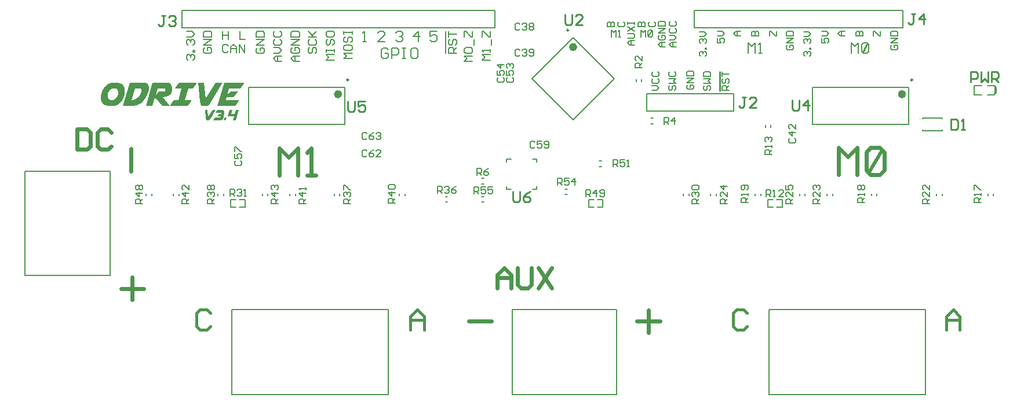
<source format=gto>
G04*
G04 #@! TF.GenerationSoftware,Altium Limited,Altium Designer,20.0.11 (256)*
G04*
G04 Layer_Color=65535*
%FSLAX25Y25*%
%MOIN*%
G70*
G01*
G75*
%ADD10C,0.00394*%
%ADD11C,0.02362*%
%ADD12C,0.00984*%
%ADD13C,0.00787*%
%ADD14C,0.00600*%
%ADD15C,0.00500*%
%ADD16C,0.01968*%
%ADD17C,0.00800*%
%ADD18C,0.01000*%
%ADD19C,0.01575*%
%ADD20C,0.00598*%
G36*
X82522Y143278D02*
X82442Y143138D01*
X82341Y143017D01*
X82281Y142897D01*
X82241Y142877D01*
Y142857D01*
X82101Y142676D01*
X81980Y142516D01*
X81880Y142396D01*
X81860Y142376D01*
X81840Y142356D01*
X81680Y142175D01*
X81539Y142035D01*
X81439Y141955D01*
X81419Y141914D01*
X81399D01*
X81259Y141814D01*
X81158Y141754D01*
X81078Y141734D01*
X77750D01*
X77670Y141754D01*
X77589Y141774D01*
X77469Y141874D01*
X77389Y141955D01*
X77369Y141975D01*
Y141995D01*
X77269Y142215D01*
X77168Y142436D01*
X77148Y142536D01*
X77108Y142616D01*
X77088Y142656D01*
Y142676D01*
X77008Y142977D01*
X76948Y143258D01*
X76928Y143358D01*
X76908Y143438D01*
X76888Y143498D01*
Y143518D01*
X76848Y143819D01*
X76807Y143939D01*
X76787Y144060D01*
X76767Y144140D01*
Y144200D01*
X76747Y144240D01*
Y144260D01*
X75524Y154987D01*
X78993D01*
X79955Y146065D01*
X85509Y154987D01*
X89640D01*
X82522Y143278D01*
D02*
G37*
G36*
X74622Y154847D02*
X74542Y154706D01*
X74381Y154406D01*
X74321Y154285D01*
X74261Y154185D01*
X74221Y154105D01*
X74201Y154085D01*
X73960Y153664D01*
X73840Y153483D01*
X73740Y153323D01*
X73640Y153163D01*
X73559Y153062D01*
X73519Y152982D01*
X73499Y152962D01*
X73239Y152581D01*
X73118Y152421D01*
X72998Y152280D01*
X72918Y152180D01*
X72838Y152100D01*
X72798Y152040D01*
X72777Y152020D01*
X72657Y151879D01*
X72557Y151779D01*
X72477Y151719D01*
X72396Y151679D01*
X72316Y151619D01*
X69910D01*
X68006Y145102D01*
X71795D01*
X71735Y144962D01*
X71655Y144822D01*
X71514Y144521D01*
X71434Y144381D01*
X71394Y144280D01*
X71354Y144200D01*
X71334Y144180D01*
X71093Y143759D01*
X70973Y143579D01*
X70873Y143418D01*
X70772Y143258D01*
X70692Y143157D01*
X70652Y143077D01*
X70632Y143057D01*
X70351Y142676D01*
X70231Y142516D01*
X70111Y142376D01*
X70031Y142275D01*
X69950Y142195D01*
X69910Y142135D01*
X69890Y142115D01*
X69770Y141995D01*
X69670Y141894D01*
X69590Y141834D01*
X69529Y141774D01*
X69429Y141734D01*
X59424D01*
D01*
X55133D01*
X51023Y146486D01*
X50803Y146285D01*
X49459Y141734D01*
X45610Y141734D01*
X49499Y154987D01*
X58422D01*
X58662Y154967D01*
X58883Y154927D01*
X59063Y154867D01*
X59224Y154807D01*
X59364Y154726D01*
X59444Y154666D01*
X59504Y154626D01*
X59524Y154606D01*
X59685Y154466D01*
X59825Y154305D01*
X59925Y154145D01*
X60026Y154005D01*
X60106Y153864D01*
X60166Y153764D01*
X60186Y153684D01*
X60206Y153664D01*
X60366Y153243D01*
X60427Y153022D01*
X60467Y152842D01*
X60507Y152661D01*
X60527Y152541D01*
X60547Y152461D01*
Y152421D01*
X60567Y152180D01*
X60587Y151939D01*
X60607Y151719D01*
X60627Y151538D01*
Y151378D01*
Y151258D01*
Y151178D01*
Y151157D01*
X60607Y150696D01*
X60547Y150295D01*
X60467Y149934D01*
X60387Y149634D01*
X60286Y149393D01*
X60206Y149213D01*
X60146Y149092D01*
X60126Y149052D01*
X59925Y148751D01*
X59725Y148511D01*
X59504Y148270D01*
X59304Y148090D01*
X59123Y147950D01*
X58983Y147829D01*
X58903Y147769D01*
X58863Y147749D01*
X58582Y147589D01*
X58281Y147428D01*
X58001Y147308D01*
X57740Y147228D01*
X57519Y147148D01*
X57359Y147087D01*
X57239Y147067D01*
X57219Y147047D01*
X57199D01*
X56858Y146967D01*
X56557Y146907D01*
X56256Y146867D01*
X56016Y146827D01*
X55795Y146807D01*
X55635Y146787D01*
X55534Y146767D01*
X55494D01*
X59391Y141776D01*
X59404Y141814D01*
X59444Y141874D01*
X59544Y142055D01*
X59605Y142155D01*
X59645Y142235D01*
X59665Y142275D01*
X59685Y142295D01*
X59905Y142656D01*
X60006Y142817D01*
X60106Y142977D01*
X60206Y143097D01*
X60266Y143198D01*
X60306Y143278D01*
X60326Y143298D01*
X60607Y143699D01*
X60727Y143879D01*
X60848Y144040D01*
X60948Y144180D01*
X61028Y144280D01*
X61068Y144341D01*
X61088Y144360D01*
X61229Y144541D01*
X61369Y144701D01*
X61489Y144822D01*
X61589Y144922D01*
X61670Y145002D01*
X61730Y145062D01*
X61750Y145102D01*
X64176D01*
X66061Y151619D01*
X62291D01*
Y151639D01*
X62311Y151699D01*
X62351Y151759D01*
X62432Y151939D01*
X62492Y152040D01*
X62532Y152120D01*
X62552Y152160D01*
X62572Y152180D01*
X62792Y152541D01*
X62893Y152701D01*
X62993Y152862D01*
X63073Y152982D01*
X63153Y153082D01*
X63194Y153163D01*
X63214Y153182D01*
X63494Y153584D01*
X63615Y153764D01*
X63735Y153924D01*
X63835Y154065D01*
X63915Y154165D01*
X63955Y154225D01*
X63976Y154245D01*
X64116Y154426D01*
X64256Y154586D01*
X64356Y154706D01*
X64457Y154807D01*
X64537Y154887D01*
X64597Y154947D01*
X64617Y154987D01*
X74682D01*
X74622Y154847D01*
D02*
G37*
G36*
X101930D02*
X101850Y154706D01*
X101690Y154406D01*
X101629Y154285D01*
X101569Y154185D01*
X101529Y154105D01*
X101509Y154085D01*
X101268Y153664D01*
X101148Y153483D01*
X101048Y153323D01*
X100948Y153163D01*
X100867Y153062D01*
X100827Y152982D01*
X100807Y152962D01*
X100547Y152581D01*
X100426Y152421D01*
X100306Y152280D01*
X100226Y152180D01*
X100146Y152100D01*
X100106Y152040D01*
X100085Y152020D01*
X99965Y151879D01*
X99865Y151779D01*
X99785Y151719D01*
X99705Y151679D01*
X99624Y151619D01*
X93409D01*
X92286Y147689D01*
X94171Y149995D01*
X98822D01*
X95935Y146606D01*
X91945D01*
X91504Y145102D01*
X99183D01*
X99163Y145042D01*
X99123Y144982D01*
X99103Y144902D01*
X99083Y144882D01*
X99023Y144762D01*
X98983Y144661D01*
X98943Y144581D01*
X98923Y144541D01*
X98862Y144421D01*
X98822Y144320D01*
X98782Y144240D01*
X98762Y144220D01*
X98722Y144140D01*
X98682Y144080D01*
X98662Y144060D01*
X98502Y143819D01*
X98341Y143599D01*
X98281Y143498D01*
X98221Y143418D01*
X98181Y143378D01*
X98161Y143358D01*
X97940Y143077D01*
X97740Y142817D01*
X97680Y142717D01*
X97619Y142636D01*
X97579Y142596D01*
X97559Y142576D01*
X97359Y142335D01*
X97178Y142135D01*
X97078Y142015D01*
X97058Y141995D01*
X97038Y141975D01*
X96958Y141894D01*
X96898Y141834D01*
X96817Y141774D01*
X96797Y141734D01*
X86692D01*
X90582Y154987D01*
X101990D01*
X101930Y154847D01*
D02*
G37*
G36*
X45229Y154967D02*
X45429Y154947D01*
X45690Y154887D01*
X45991Y154787D01*
X46271Y154646D01*
X46552Y154446D01*
X46773Y154165D01*
X46793Y154125D01*
X46853Y154025D01*
X46953Y153844D01*
X47053Y153604D01*
X47133Y153283D01*
X47234Y152922D01*
X47294Y152521D01*
X47314Y152060D01*
Y152040D01*
Y152020D01*
Y151960D01*
Y151899D01*
X47294Y151699D01*
X47274Y151438D01*
X47234Y151117D01*
X47194Y150757D01*
X47113Y150375D01*
X47013Y149954D01*
Y149934D01*
X46993Y149894D01*
X46973Y149834D01*
X46953Y149754D01*
X46893Y149533D01*
X46793Y149253D01*
X46652Y148912D01*
X46492Y148551D01*
X46311Y148170D01*
X46091Y147769D01*
Y147749D01*
X46051Y147689D01*
X46011Y147609D01*
X45950Y147488D01*
X45870Y147348D01*
X45770Y147188D01*
X45570Y146807D01*
X45309Y146365D01*
X45008Y145904D01*
X44707Y145423D01*
X44387Y144982D01*
Y144962D01*
X44346Y144942D01*
X44306Y144882D01*
X44246Y144802D01*
X44066Y144581D01*
X43825Y144320D01*
X43545Y144040D01*
X43224Y143719D01*
X42883Y143418D01*
X42502Y143117D01*
X42482D01*
X42462Y143077D01*
X42402Y143057D01*
X42322Y142997D01*
X42121Y142877D01*
X41840Y142716D01*
X41499Y142536D01*
X41118Y142356D01*
X40697Y142195D01*
X40236Y142055D01*
X40216D01*
X40176Y142035D01*
X40116D01*
X40016Y142015D01*
X39895Y141975D01*
X39755Y141955D01*
X39595Y141935D01*
X39414Y141894D01*
X39013Y141834D01*
X38532Y141794D01*
X38011Y141754D01*
X37449Y141734D01*
X32437D01*
X36327Y154987D01*
X45149D01*
X45229Y154967D01*
D02*
G37*
G36*
X29048D02*
X29449Y154947D01*
X29830Y154887D01*
X30191Y154827D01*
X30512Y154746D01*
X30813Y154666D01*
X31073Y154566D01*
X31314Y154466D01*
X31535Y154366D01*
X31715Y154265D01*
X31875Y154185D01*
X31996Y154105D01*
X32116Y154045D01*
X32176Y153984D01*
X32216Y153964D01*
X32236Y153944D01*
X32457Y153744D01*
X32657Y153503D01*
X32818Y153243D01*
X32958Y152982D01*
X33099Y152701D01*
X33199Y152421D01*
X33339Y151839D01*
X33399Y151578D01*
X33439Y151338D01*
X33459Y151097D01*
X33479Y150917D01*
X33500Y150736D01*
Y150616D01*
Y150536D01*
Y150516D01*
Y150235D01*
Y149975D01*
X33479Y149874D01*
Y149794D01*
Y149754D01*
Y149734D01*
X33459Y149433D01*
X33439Y149172D01*
X33419Y149072D01*
Y148992D01*
X33399Y148932D01*
Y148912D01*
X33299Y148371D01*
X33199Y147849D01*
X33058Y147388D01*
X32918Y146967D01*
X32858Y146787D01*
X32798Y146626D01*
X32738Y146466D01*
X32697Y146345D01*
X32657Y146265D01*
X32617Y146185D01*
X32597Y146145D01*
Y146125D01*
X32357Y145644D01*
X32116Y145223D01*
X31855Y144822D01*
X31635Y144501D01*
X31434Y144220D01*
X31254Y144020D01*
X31194Y143939D01*
X31154Y143879D01*
X31134Y143859D01*
X31113Y143839D01*
X30773Y143498D01*
X30432Y143198D01*
X30091Y142937D01*
X29790Y142716D01*
X29530Y142536D01*
X29309Y142396D01*
X29229Y142356D01*
X29169Y142315D01*
X29149Y142295D01*
X29129D01*
X28708Y142115D01*
X28306Y141975D01*
X27905Y141874D01*
X27565Y141814D01*
X27264Y141774D01*
X27144Y141754D01*
X27023Y141734D01*
X24818D01*
X24417Y141754D01*
X24036Y141774D01*
X23695Y141814D01*
X23374Y141854D01*
X23134Y141894D01*
X22933Y141914D01*
X22813Y141955D01*
X22773D01*
X22432Y142055D01*
X22131Y142175D01*
X21850Y142295D01*
X21610Y142416D01*
X21409Y142536D01*
X21269Y142636D01*
X21189Y142696D01*
X21149Y142716D01*
X20908Y142937D01*
X20687Y143178D01*
X20507Y143418D01*
X20347Y143659D01*
X20226Y143859D01*
X20146Y144020D01*
X20086Y144140D01*
X20066Y144180D01*
X19946Y144541D01*
X19845Y144942D01*
X19785Y145323D01*
X19725Y145684D01*
X19705Y146005D01*
Y146145D01*
X19685Y146265D01*
Y146365D01*
Y146446D01*
Y146486D01*
Y146506D01*
Y146726D01*
X19705Y146927D01*
Y147007D01*
Y147067D01*
Y147107D01*
Y147127D01*
X19725Y147388D01*
X19745Y147589D01*
X19765Y147689D01*
X19785Y147749D01*
Y147789D01*
Y147809D01*
X19865Y148330D01*
X19966Y148832D01*
X20066Y149293D01*
X20206Y149694D01*
X20307Y150035D01*
X20367Y150175D01*
X20407Y150295D01*
X20447Y150396D01*
X20487Y150456D01*
X20507Y150496D01*
Y150516D01*
X20748Y150997D01*
X20988Y151418D01*
X21229Y151819D01*
X21449Y152140D01*
X21650Y152421D01*
X21810Y152621D01*
X21870Y152701D01*
X21911Y152761D01*
X21951Y152781D01*
Y152802D01*
X22272Y153163D01*
X22612Y153463D01*
X22933Y153744D01*
X23234Y153964D01*
X23474Y154145D01*
X23675Y154285D01*
X23755Y154325D01*
X23815Y154366D01*
X23835Y154385D01*
X23855D01*
X24236Y154586D01*
X24617Y154726D01*
X24978Y154847D01*
X25299Y154907D01*
X25560Y154947D01*
X25760Y154987D01*
X28607D01*
X29048Y154967D01*
D02*
G37*
G36*
X97296Y133465D02*
X95618D01*
X96553Y136672D01*
X95653Y135536D01*
X92681D01*
X93765Y139242D01*
X95417D01*
X94761Y137004D01*
X96658D01*
X97313Y139242D01*
X98983D01*
X97296Y133465D01*
D02*
G37*
G36*
X82578Y134138D02*
X82543Y134076D01*
X82499Y134024D01*
X82473Y133972D01*
X82455Y133963D01*
Y133954D01*
X82394Y133875D01*
X82342Y133805D01*
X82298Y133753D01*
X82289Y133744D01*
X82281Y133736D01*
X82211Y133657D01*
X82150Y133596D01*
X82106Y133561D01*
X82097Y133543D01*
X82088D01*
X82027Y133500D01*
X81984Y133473D01*
X81949Y133465D01*
X80498D01*
X80463Y133473D01*
X80428Y133482D01*
X80375Y133526D01*
X80340Y133561D01*
X80332Y133570D01*
Y133578D01*
X80288Y133674D01*
X80244Y133771D01*
X80235Y133814D01*
X80218Y133849D01*
X80209Y133867D01*
Y133875D01*
X80174Y134006D01*
X80148Y134129D01*
X80139Y134172D01*
X80131Y134207D01*
X80122Y134234D01*
Y134242D01*
X80104Y134373D01*
X80087Y134426D01*
X80078Y134478D01*
X80069Y134513D01*
Y134540D01*
X80061Y134557D01*
Y134566D01*
X79528Y139242D01*
X81040D01*
X81459Y135352D01*
X83880Y139242D01*
X85681D01*
X82578Y134138D01*
D02*
G37*
G36*
X91458Y134994D02*
X91528Y134977D01*
X91589Y134959D01*
X91641Y134933D01*
X91676Y134898D01*
X91702Y134880D01*
X91720Y134863D01*
X91729Y134854D01*
X91772Y134793D01*
X91799Y134732D01*
X91834Y134618D01*
X91842Y134566D01*
X91851Y134522D01*
Y134496D01*
Y134487D01*
Y134417D01*
X91834Y134347D01*
X91799Y134207D01*
X91781Y134155D01*
X91764Y134111D01*
X91755Y134076D01*
X91746Y134068D01*
X91702Y133989D01*
X91659Y133910D01*
X91615Y133840D01*
X91562Y133788D01*
X91528Y133736D01*
X91493Y133701D01*
X91466Y133683D01*
X91458Y133674D01*
X91370Y133613D01*
X91292Y133561D01*
X91257Y133543D01*
X91230Y133526D01*
X91213Y133517D01*
X91204D01*
X91099Y133491D01*
X91012Y133473D01*
X90977Y133465D01*
X90925D01*
X90846Y133473D01*
X90776Y133491D01*
X90715Y133508D01*
X90662Y133535D01*
X90619Y133561D01*
X90592Y133587D01*
X90575Y133596D01*
X90566Y133604D01*
X90522Y133657D01*
X90496Y133718D01*
X90461Y133840D01*
X90453Y133893D01*
X90444Y133937D01*
Y133963D01*
Y133972D01*
X90453Y134076D01*
X90461Y134155D01*
X90470Y134207D01*
X90479Y134225D01*
X90522Y134339D01*
X90584Y134443D01*
X90636Y134531D01*
X90697Y134618D01*
X90750Y134679D01*
X90793Y134723D01*
X90828Y134758D01*
X90837Y134767D01*
X90933Y134845D01*
X91029Y134907D01*
X91117Y134942D01*
X91195Y134977D01*
X91265Y134994D01*
X91327Y135003D01*
X91370D01*
X91458Y134994D01*
D02*
G37*
G36*
X90024Y139233D02*
X90094Y139216D01*
X90164Y139189D01*
X90225Y139163D01*
X90269Y139128D01*
X90304Y139102D01*
X90321Y139084D01*
X90330Y139076D01*
X90444Y138945D01*
X90531Y138805D01*
X90557Y138752D01*
X90584Y138709D01*
X90592Y138674D01*
X90601Y138665D01*
X90671Y138481D01*
X90697Y138394D01*
X90724Y138315D01*
X90741Y138245D01*
X90750Y138184D01*
X90759Y138149D01*
Y138140D01*
X90776Y138036D01*
X90793Y137948D01*
X90802Y137861D01*
Y137791D01*
X90811Y137730D01*
Y137677D01*
Y137651D01*
Y137642D01*
Y137616D01*
X90802Y137468D01*
X90793Y137398D01*
X90785Y137328D01*
X90767Y137275D01*
X90759Y137232D01*
X90750Y137205D01*
Y137197D01*
X90706Y137048D01*
X90680Y136978D01*
X90654Y136917D01*
X90636Y136864D01*
X90619Y136829D01*
X90610Y136803D01*
X90601Y136794D01*
X90522Y136663D01*
X90487Y136602D01*
X90453Y136558D01*
X90426Y136515D01*
X90400Y136489D01*
X90391Y136471D01*
X90383Y136462D01*
X90295Y136375D01*
X90225Y136305D01*
X90164Y136270D01*
X90155Y136253D01*
X90147D01*
X90182Y136183D01*
X90225Y136113D01*
X90251Y136060D01*
X90269Y136052D01*
Y136043D01*
X90295Y135999D01*
X90321Y135947D01*
X90348Y135833D01*
X90356Y135789D01*
X90365Y135746D01*
Y135720D01*
Y135711D01*
X90356Y135588D01*
X90348Y135475D01*
X90339Y135422D01*
X90330Y135387D01*
X90321Y135361D01*
Y135352D01*
X90286Y135213D01*
X90269Y135160D01*
X90260Y135108D01*
X90243Y135064D01*
X90234Y135038D01*
X90225Y135020D01*
Y135012D01*
X90190Y134889D01*
X90138Y134749D01*
X90094Y134627D01*
X90051Y134513D01*
X90007Y134417D01*
X89981Y134339D01*
X89954Y134286D01*
X89937Y134242D01*
X89928Y134234D01*
X89876Y134138D01*
X89823Y134050D01*
X89771Y133972D01*
X89718Y133910D01*
X89675Y133858D01*
X89640Y133823D01*
X89613Y133797D01*
X89605Y133788D01*
X89526Y133727D01*
X89439Y133683D01*
X89351Y133639D01*
X89264Y133604D01*
X89194Y133578D01*
X89133Y133561D01*
X89098Y133543D01*
X89080D01*
X88958Y133517D01*
X88818Y133500D01*
X88678Y133482D01*
X88547Y133473D01*
X88434D01*
X88337Y133465D01*
X84396D01*
X84483Y133613D01*
X84562Y133762D01*
X84632Y133893D01*
X84702Y134015D01*
X84754Y134111D01*
X84798Y134190D01*
X84824Y134234D01*
X84833Y134251D01*
X84911Y134391D01*
X84990Y134522D01*
X85069Y134636D01*
X85139Y134741D01*
X85200Y134819D01*
X85243Y134889D01*
X85278Y134924D01*
X85287Y134942D01*
X88137D01*
X88145Y134950D01*
X88163Y134959D01*
X88171Y134968D01*
X88180D01*
X88241Y135020D01*
X88268Y135029D01*
X88276Y135038D01*
X88320Y135064D01*
X88355Y135090D01*
X88372Y135099D01*
X88381Y135108D01*
X88416Y135143D01*
X88442Y135160D01*
X88451Y135178D01*
X88460Y135186D01*
X88469Y135195D01*
Y135204D01*
X88495Y135230D01*
X88503Y135239D01*
X88512Y135291D01*
X88521Y135326D01*
X88530Y135361D01*
X88538Y135396D01*
Y135405D01*
X88547Y135457D01*
Y135510D01*
Y135545D01*
Y135553D01*
X86187D01*
X87525Y137030D01*
X88923D01*
X88932Y137039D01*
X88941Y137057D01*
X88949Y137065D01*
X88958Y137074D01*
X88984Y137118D01*
X89002Y137153D01*
X89019Y137179D01*
Y137188D01*
X89045Y137240D01*
X89072Y137284D01*
X89080Y137310D01*
X89089Y137319D01*
X89115Y137363D01*
X89124Y137389D01*
X89133Y137406D01*
Y137415D01*
X89159Y137468D01*
X89142Y137485D01*
X89133Y137494D01*
Y137511D01*
Y137520D01*
X89115Y137564D01*
X89080Y137616D01*
X89054Y137651D01*
X89045Y137669D01*
X89028Y137704D01*
X89011Y137721D01*
X88976Y137756D01*
X88967Y137765D01*
X85698D01*
X85768Y137905D01*
X85838Y138044D01*
X85899Y138167D01*
X85960Y138280D01*
X86013Y138376D01*
X86056Y138455D01*
X86083Y138499D01*
X86091Y138516D01*
X86179Y138656D01*
X86257Y138796D01*
X86345Y138918D01*
X86415Y139023D01*
X86485Y139111D01*
X86537Y139181D01*
X86572Y139224D01*
X86581Y139242D01*
X89937D01*
X90024Y139233D01*
D02*
G37*
%LPC*%
G36*
X56417Y151639D02*
X52346D01*
X51224Y147729D01*
X52968Y149954D01*
X56176D01*
X56276Y149975D01*
X56376Y150015D01*
X56497Y150135D01*
X56577Y150235D01*
X56597Y150275D01*
Y150295D01*
X56677Y150536D01*
X56717Y150716D01*
X56737Y150797D01*
Y150857D01*
Y150877D01*
Y150897D01*
Y151157D01*
Y151298D01*
X56717Y151398D01*
X56697Y151478D01*
X56677Y151498D01*
X56657Y151538D01*
X56617Y151578D01*
X56517Y151619D01*
X56417Y151639D01*
D02*
G37*
G36*
X42462Y151619D02*
X39214D01*
X37329Y145102D01*
X37931D01*
X38031Y145122D01*
X38171Y145142D01*
X38331Y145162D01*
X38512Y145223D01*
X38732Y145283D01*
X38953Y145363D01*
X38973Y145383D01*
X39073Y145403D01*
X39194Y145463D01*
X39354Y145544D01*
X39555Y145644D01*
X39775Y145764D01*
X40236Y146045D01*
X40256Y146065D01*
X40336Y146125D01*
X40477Y146205D01*
X40617Y146325D01*
X40798Y146486D01*
X40998Y146646D01*
X41419Y147027D01*
X41439Y147047D01*
X41519Y147127D01*
X41620Y147228D01*
X41740Y147368D01*
X41880Y147528D01*
X42021Y147709D01*
X42141Y147909D01*
X42261Y148110D01*
X42281Y148150D01*
X42322Y148250D01*
X42402Y148391D01*
X42502Y148551D01*
Y148571D01*
X42522Y148591D01*
X42602Y148731D01*
X42682Y148912D01*
X42763Y149132D01*
Y149153D01*
X42783Y149193D01*
X42803Y149273D01*
X42843Y149373D01*
X42923Y149634D01*
X43023Y149914D01*
Y149934D01*
X43043Y149975D01*
X43063Y150055D01*
X43103Y150155D01*
X43143Y150375D01*
X43164Y150616D01*
Y150636D01*
Y150696D01*
Y150757D01*
X43143Y150857D01*
X43083Y151097D01*
X42983Y151318D01*
Y151338D01*
X42963Y151358D01*
X42863Y151478D01*
X42702Y151578D01*
X42582Y151599D01*
X42462Y151619D01*
D02*
G37*
G36*
X28206D02*
X26281D01*
X26161Y151578D01*
X25941Y151518D01*
X25860Y151478D01*
X25780Y151438D01*
X25740Y151418D01*
X25720Y151398D01*
X25439Y151218D01*
X25199Y151037D01*
X25119Y150957D01*
X25038Y150897D01*
X24998Y150857D01*
X24978Y150837D01*
X24718Y150576D01*
X24497Y150315D01*
X24417Y150215D01*
X24357Y150135D01*
X24317Y150075D01*
X24296Y150055D01*
X24096Y149734D01*
X24016Y149594D01*
X23936Y149453D01*
X23896Y149353D01*
X23855Y149273D01*
X23815Y149213D01*
Y149193D01*
X23755Y148972D01*
X23695Y148792D01*
X23675Y148711D01*
X23655Y148651D01*
X23635Y148631D01*
Y148611D01*
X23595Y148431D01*
X23555Y148290D01*
X23535Y148210D01*
Y148170D01*
X23515Y148130D01*
Y148070D01*
Y148010D01*
Y147990D01*
Y147829D01*
X23535Y147488D01*
X23555Y147328D01*
X23595Y147188D01*
X23615Y147067D01*
X23635Y146967D01*
X23655Y146907D01*
Y146887D01*
X23775Y146546D01*
X23835Y146406D01*
X23896Y146265D01*
X23956Y146165D01*
X23996Y146085D01*
X24036Y146025D01*
Y146005D01*
X24236Y145724D01*
X24417Y145523D01*
X24497Y145443D01*
X24537Y145383D01*
X24577Y145363D01*
X24597Y145343D01*
X24718Y145263D01*
X24838Y145203D01*
X25078Y145142D01*
X25159Y145122D01*
X25239Y145102D01*
X26602D01*
X26783Y145142D01*
X26963Y145203D01*
X27043Y145243D01*
X27103Y145263D01*
X27144Y145303D01*
X27164D01*
X27444Y145483D01*
X27705Y145664D01*
X27805Y145744D01*
X27885Y145804D01*
X27926Y145844D01*
X27946Y145864D01*
X28226Y146145D01*
X28487Y146406D01*
X28567Y146506D01*
X28647Y146586D01*
X28688Y146646D01*
X28708Y146666D01*
X28948Y146987D01*
X29028Y147127D01*
X29109Y147268D01*
X29169Y147368D01*
X29209Y147448D01*
X29249Y147508D01*
Y147528D01*
X29369Y147769D01*
X29429Y147929D01*
X29469Y148050D01*
Y148090D01*
X29550Y148330D01*
X29570Y148411D01*
X29590Y148471D01*
Y148511D01*
X29610Y148531D01*
Y148551D01*
Y148711D01*
Y148832D01*
Y148932D01*
Y148972D01*
X29630Y149132D01*
Y149273D01*
Y149373D01*
Y149413D01*
Y149714D01*
X29610Y149975D01*
X29590Y150075D01*
Y150155D01*
X29570Y150195D01*
Y150215D01*
X29509Y150496D01*
X29429Y150716D01*
X29389Y150797D01*
X29349Y150857D01*
X29329Y150897D01*
Y150917D01*
X29169Y151137D01*
X29008Y151298D01*
X28888Y151378D01*
X28848Y151418D01*
X28828D01*
X28567Y151538D01*
X28306Y151599D01*
X28206Y151619D01*
D02*
G37*
%LPD*%
D10*
X490945Y134252D02*
G03*
X490945Y134252I-197J0D01*
G01*
X251772Y111024D02*
G03*
X251772Y111024I-197J0D01*
G01*
D11*
X292520Y175576D02*
G03*
X292520Y175576I-1181J0D01*
G01*
X481693Y148425D02*
G03*
X481693Y148425I-1181J0D01*
G01*
X157283D02*
G03*
X157283Y148425I-1181J0D01*
G01*
X444095Y101969D02*
Y117711D01*
X449342Y112464D01*
X454590Y117711D01*
Y101969D01*
X459837Y115088D02*
X462461Y117711D01*
X467709D01*
X470333Y115088D01*
Y104592D01*
X467709Y101969D01*
X462461D01*
X459837Y104592D01*
Y115088D01*
X122441Y101575D02*
Y117318D01*
X127689Y112070D01*
X132936Y117318D01*
Y101575D01*
X138184D02*
X143431D01*
X140808D01*
Y117318D01*
X138184Y114694D01*
X334649Y11024D02*
Y24143D01*
X328089Y17583D02*
X341208D01*
X244488Y17720D02*
X231369D01*
X37011Y103937D02*
Y117056D01*
X37799Y29921D02*
Y43040D01*
X31239Y36481D02*
X44358D01*
X247638Y36614D02*
Y44486D01*
X251573Y48421D01*
X255509Y44486D01*
Y36614D01*
Y42518D01*
X247638D01*
X259445Y48421D02*
Y38582D01*
X261413Y36614D01*
X265349D01*
X267317Y38582D01*
Y48421D01*
X271252D02*
X279124Y36614D01*
Y48421D02*
X271252Y36614D01*
X5906Y128343D02*
Y116535D01*
X11809D01*
X13777Y118503D01*
Y126375D01*
X11809Y128343D01*
X5906D01*
X25584Y126375D02*
X23616Y128343D01*
X19681D01*
X17713Y126375D01*
Y118503D01*
X19681Y116535D01*
X23616D01*
X25584Y118503D01*
D12*
X288768Y185319D02*
G03*
X288768Y185319I-492J0D01*
G01*
X486516Y156693D02*
G03*
X486516Y156693I-492J0D01*
G01*
X162106D02*
G03*
X162106Y156693I-492J0D01*
G01*
D13*
X503740Y127362D02*
Y127953D01*
X492323Y127362D02*
Y127953D01*
X503740Y134252D02*
Y134843D01*
X492323Y134252D02*
Y134843D01*
Y127362D02*
X503740D01*
X492323Y134843D02*
X503740D01*
X267894Y111023D02*
X270472D01*
Y109252D02*
Y111023D01*
Y93701D02*
Y95473D01*
X267894Y93701D02*
X270472D01*
X253150Y111023D02*
X255728D01*
X253150Y109252D02*
Y111023D01*
Y93701D02*
X255728D01*
X253150D02*
Y95473D01*
X291339Y133817D02*
X315002Y157480D01*
X267676D02*
X291339Y133817D01*
X291339Y181143D02*
X315002Y157480D01*
X267676D02*
X291339Y181143D01*
X333583Y138701D02*
Y148701D01*
X383583D01*
X333583Y138701D02*
X383583D01*
Y148701D01*
X428937Y131102D02*
Y152362D01*
X484449Y131102D02*
Y152362D01*
X428937Y131102D02*
X484449D01*
X428937Y152362D02*
X484449D01*
X104527Y131102D02*
Y152362D01*
X160039Y131102D02*
Y152362D01*
X104527Y131102D02*
X160039D01*
X104527Y152362D02*
X160039D01*
X73760Y196732D02*
X246260D01*
Y186732D02*
Y196732D01*
X66260Y186732D02*
X246260D01*
X66260D02*
Y196732D01*
X73760D01*
X481142Y186732D02*
Y196732D01*
X361142Y186732D02*
X481142D01*
X361142D02*
Y196732D01*
X368642D01*
X481142D01*
X403898Y-24701D02*
Y24299D01*
Y-24701D02*
X493898D01*
Y24299D01*
X403898D02*
X493898D01*
X94842Y-24701D02*
Y24299D01*
Y-24701D02*
X184843D01*
Y24299D01*
X94842D02*
X184843D01*
X25087Y43976D02*
Y103976D01*
X-23913Y43976D02*
X25087D01*
X-23913D02*
Y103976D01*
X25087D01*
X256260Y24299D02*
X316260D01*
Y-24701D02*
Y24299D01*
X256260Y-24701D02*
X316260D01*
X256260D02*
Y24299D01*
D14*
X334646Y181890D02*
X336614Y185039D01*
X313386Y181496D02*
Y185495D01*
X314719Y184162D01*
X316052Y185495D01*
Y181496D01*
X317385D02*
X318717D01*
X318051D01*
Y185495D01*
X317385Y184828D01*
X330315Y181496D02*
Y185495D01*
X331648Y184162D01*
X332981Y185495D01*
Y181496D01*
X334314Y184828D02*
X334980Y185495D01*
X336313D01*
X336980Y184828D01*
Y182162D01*
X336313Y181496D01*
X334980D01*
X334314Y182162D01*
Y184828D01*
X350787Y175591D02*
X348122D01*
X346789Y176924D01*
X348122Y178256D01*
X350787D01*
X348788D01*
Y175591D01*
X346789Y179589D02*
X349454D01*
X350787Y180922D01*
X349454Y182255D01*
X346789D01*
X347455Y186254D02*
X346789Y185587D01*
Y184254D01*
X347455Y183588D01*
X350121D01*
X350787Y184254D01*
Y185587D01*
X350121Y186254D01*
X347455Y190252D02*
X346789Y189586D01*
Y188253D01*
X347455Y187587D01*
X350121D01*
X350787Y188253D01*
Y189586D01*
X350121Y190252D01*
X344488Y175591D02*
X341822D01*
X340490Y176924D01*
X341822Y178256D01*
X344488D01*
X342489D01*
Y175591D01*
X341156Y182255D02*
X340490Y181589D01*
Y180256D01*
X341156Y179589D01*
X343822D01*
X344488Y180256D01*
Y181589D01*
X343822Y182255D01*
X342489D01*
Y180922D01*
X344488Y183588D02*
X340490D01*
X344488Y186254D01*
X340490D01*
Y187587D02*
X344488D01*
Y189586D01*
X343822Y190252D01*
X341156D01*
X340490Y189586D01*
Y187587D01*
X335250Y190067D02*
X334584Y189401D01*
Y188068D01*
X335250Y187402D01*
X337916D01*
X338583Y188068D01*
Y189401D01*
X337916Y190067D01*
X328678Y187402D02*
X332677D01*
Y189401D01*
X332011Y190067D01*
X331344D01*
X330678Y189401D01*
Y187402D01*
Y189401D01*
X330011Y190067D01*
X329345D01*
X328678Y189401D01*
Y187402D01*
X326772Y176772D02*
X324106D01*
X322773Y178104D01*
X324106Y179437D01*
X326772D01*
X324772D01*
Y176772D01*
X322773Y180770D02*
X326105D01*
X326772Y181437D01*
Y182770D01*
X326105Y183436D01*
X322773D01*
Y184769D02*
X326772Y187435D01*
X322773D02*
X326772Y184769D01*
X322773Y188768D02*
Y190101D01*
Y189434D01*
X326772D01*
Y188768D01*
Y190101D01*
X317534Y190067D02*
X316867Y189401D01*
Y188068D01*
X317534Y187402D01*
X320200D01*
X320866Y188068D01*
Y189401D01*
X320200Y190067D01*
X310962Y187402D02*
X314961D01*
Y189401D01*
X314294Y190067D01*
X313628D01*
X312961Y189401D01*
Y187402D01*
Y189401D01*
X312295Y190067D01*
X311628D01*
X310962Y189401D01*
Y187402D01*
X336553Y150787D02*
X339218D01*
X340551Y152120D01*
X339218Y153453D01*
X336553D01*
X337219Y157452D02*
X336553Y156786D01*
Y155453D01*
X337219Y154786D01*
X339885D01*
X340551Y155453D01*
Y156786D01*
X339885Y157452D01*
X337219Y161451D02*
X336553Y160784D01*
Y159451D01*
X337219Y158785D01*
X339885D01*
X340551Y159451D01*
Y160784D01*
X339885Y161451D01*
X474620Y176681D02*
X473954Y176015D01*
Y174682D01*
X474620Y174016D01*
X477286D01*
X477953Y174682D01*
Y176015D01*
X477286Y176681D01*
X475953D01*
Y175349D01*
X477953Y178015D02*
X473954D01*
X477953Y180680D01*
X473954D01*
Y182013D02*
X477953D01*
Y184012D01*
X477286Y184679D01*
X474620D01*
X473954Y184012D01*
Y182013D01*
X447638Y181890D02*
X444972D01*
X443639Y183223D01*
X444972Y184556D01*
X447638D01*
X445639D01*
Y181890D01*
X453875D02*
X457874D01*
Y183889D01*
X457208Y184556D01*
X456541D01*
X455875Y183889D01*
Y181890D01*
Y183889D01*
X455208Y184556D01*
X454542D01*
X453875Y183889D01*
Y181890D01*
X464112D02*
Y184556D01*
X464778D01*
X467444Y181890D01*
X468110D01*
Y184556D01*
X404269Y181890D02*
Y184556D01*
X404936D01*
X407601Y181890D01*
X408268D01*
Y184556D01*
X394033Y181890D02*
X398031D01*
Y183889D01*
X397365Y184556D01*
X396699D01*
X396032Y183889D01*
Y181890D01*
Y183889D01*
X395366Y184556D01*
X394699D01*
X394033Y183889D01*
Y181890D01*
X387795D02*
X385129D01*
X383797Y183223D01*
X385129Y184556D01*
X387795D01*
X385796D01*
Y181890D01*
X381102Y150787D02*
X377104D01*
Y152787D01*
X377770Y153453D01*
X379103D01*
X379769Y152787D01*
Y150787D01*
Y152120D02*
X381102Y153453D01*
X377770Y157452D02*
X377104Y156786D01*
Y155453D01*
X377770Y154786D01*
X378437D01*
X379103Y155453D01*
Y156786D01*
X379769Y157452D01*
X380436D01*
X381102Y156786D01*
Y155453D01*
X380436Y154786D01*
X377104Y158785D02*
Y161451D01*
Y160118D01*
X381102D01*
X367140Y153453D02*
X366474Y152787D01*
Y151454D01*
X367140Y150787D01*
X367807D01*
X368473Y151454D01*
Y152787D01*
X369140Y153453D01*
X369806D01*
X370472Y152787D01*
Y151454D01*
X369806Y150787D01*
X366474Y154786D02*
X370472D01*
X369140Y156119D01*
X370472Y157452D01*
X366474D01*
Y158785D02*
X370472D01*
Y160784D01*
X369806Y161451D01*
X367140D01*
X366474Y160784D01*
Y158785D01*
X347061Y153453D02*
X346395Y152787D01*
Y151454D01*
X347061Y150787D01*
X347728D01*
X348394Y151454D01*
Y152787D01*
X349061Y153453D01*
X349727D01*
X350394Y152787D01*
Y151454D01*
X349727Y150787D01*
X346395Y154786D02*
X350394D01*
X349061Y156119D01*
X350394Y157452D01*
X346395D01*
X347061Y161451D02*
X346395Y160784D01*
Y159451D01*
X347061Y158785D01*
X349727D01*
X350394Y159451D01*
Y160784D01*
X349727Y161451D01*
X357298Y153847D02*
X356631Y153180D01*
Y151848D01*
X357298Y151181D01*
X359963D01*
X360630Y151848D01*
Y153180D01*
X359963Y153847D01*
X358631D01*
Y152514D01*
X360630Y155180D02*
X356631D01*
X360630Y157846D01*
X356631D01*
Y159178D02*
X360630D01*
Y161178D01*
X359963Y161844D01*
X357298D01*
X356631Y161178D01*
Y159178D01*
X414778Y176681D02*
X414112Y176015D01*
Y174682D01*
X414778Y174016D01*
X417444D01*
X418110Y174682D01*
Y176015D01*
X417444Y176681D01*
X416111D01*
Y175349D01*
X418110Y178015D02*
X414112D01*
X418110Y180680D01*
X414112D01*
Y182013D02*
X418110D01*
Y184012D01*
X417444Y184679D01*
X414778D01*
X414112Y184012D01*
Y182013D01*
X374348Y180619D02*
Y177953D01*
X376347D01*
X375681Y179286D01*
Y179952D01*
X376347Y180619D01*
X377680D01*
X378346Y179952D01*
Y178619D01*
X377680Y177953D01*
X374348Y181951D02*
X377014D01*
X378346Y183284D01*
X377014Y184617D01*
X374348D01*
X434190Y180619D02*
Y177953D01*
X436190D01*
X435523Y179286D01*
Y179952D01*
X436190Y180619D01*
X437523D01*
X438189Y179952D01*
Y178619D01*
X437523Y177953D01*
X434190Y181951D02*
X436856D01*
X438189Y183284D01*
X436856Y184617D01*
X434190D01*
X364778Y170472D02*
X364111Y171139D01*
Y172472D01*
X364778Y173138D01*
X365444D01*
X366111Y172472D01*
Y171805D01*
Y172472D01*
X366777Y173138D01*
X367444D01*
X368110Y172472D01*
Y171139D01*
X367444Y170472D01*
X368110Y174471D02*
X367444D01*
Y175138D01*
X368110D01*
Y174471D01*
X364778Y177803D02*
X364111Y178470D01*
Y179803D01*
X364778Y180469D01*
X365444D01*
X366111Y179803D01*
Y179136D01*
Y179803D01*
X366777Y180469D01*
X367444D01*
X368110Y179803D01*
Y178470D01*
X367444Y177803D01*
X364111Y181802D02*
X366777D01*
X368110Y183135D01*
X366777Y184468D01*
X364111D01*
X424620Y170472D02*
X423954Y171139D01*
Y172472D01*
X424620Y173138D01*
X425287D01*
X425953Y172472D01*
Y171805D01*
Y172472D01*
X426620Y173138D01*
X427286D01*
X427953Y172472D01*
Y171139D01*
X427286Y170472D01*
X427953Y174471D02*
X427286D01*
Y175138D01*
X427953D01*
Y174471D01*
X424620Y177803D02*
X423954Y178470D01*
Y179803D01*
X424620Y180469D01*
X425287D01*
X425953Y179803D01*
Y179136D01*
Y179803D01*
X426620Y180469D01*
X427286D01*
X427953Y179803D01*
Y178470D01*
X427286Y177803D01*
X423954Y181802D02*
X426620D01*
X427953Y183135D01*
X426620Y184468D01*
X423954D01*
X234252Y90945D02*
Y94944D01*
X236251D01*
X236918Y94277D01*
Y92944D01*
X236251Y92278D01*
X234252D01*
X235585D02*
X236918Y90945D01*
X240916Y94944D02*
X238251D01*
Y92944D01*
X239584Y93611D01*
X240250D01*
X240916Y92944D01*
Y91611D01*
X240250Y90945D01*
X238917D01*
X238251Y91611D01*
X244915Y94944D02*
X242249D01*
Y92944D01*
X243582Y93611D01*
X244249D01*
X244915Y92944D01*
Y91611D01*
X244249Y90945D01*
X242916D01*
X242249Y91611D01*
X282283Y96063D02*
Y100062D01*
X284283D01*
X284949Y99395D01*
Y98062D01*
X284283Y97396D01*
X282283D01*
X283616D02*
X284949Y96063D01*
X288948Y100062D02*
X286282D01*
Y98062D01*
X287615Y98729D01*
X288281D01*
X288948Y98062D01*
Y96729D01*
X288281Y96063D01*
X286949D01*
X286282Y96729D01*
X292280Y96063D02*
Y100062D01*
X290281Y98062D01*
X292947D01*
X314173Y106693D02*
Y110692D01*
X316173D01*
X316839Y110025D01*
Y108692D01*
X316173Y108026D01*
X314173D01*
X315506D02*
X316839Y106693D01*
X320838Y110692D02*
X318172D01*
Y108692D01*
X319505Y109359D01*
X320171D01*
X320838Y108692D01*
Y107359D01*
X320171Y106693D01*
X318838D01*
X318172Y107359D01*
X322171Y106693D02*
X323503D01*
X322837D01*
Y110692D01*
X322171Y110025D01*
X363779Y85433D02*
X359781D01*
Y87432D01*
X360447Y88099D01*
X361780D01*
X362447Y87432D01*
Y85433D01*
Y86766D02*
X363779Y88099D01*
X360447Y89432D02*
X359781Y90098D01*
Y91431D01*
X360447Y92098D01*
X361114D01*
X361780Y91431D01*
Y90765D01*
Y91431D01*
X362447Y92098D01*
X363113D01*
X363779Y91431D01*
Y90098D01*
X363113Y89432D01*
X360447Y93431D02*
X359781Y94097D01*
Y95430D01*
X360447Y96096D01*
X363113D01*
X363779Y95430D01*
Y94097D01*
X363113Y93431D01*
X360447D01*
X417669Y85432D02*
X413671D01*
Y87432D01*
X414337Y88098D01*
X415670D01*
X416336Y87432D01*
Y85432D01*
Y86765D02*
X417669Y88098D01*
Y92097D02*
Y89431D01*
X415003Y92097D01*
X414337D01*
X413671Y91430D01*
Y90097D01*
X414337Y89431D01*
X413671Y96096D02*
Y93430D01*
X415670D01*
X415003Y94763D01*
Y95429D01*
X415670Y96096D01*
X417003D01*
X417669Y95429D01*
Y94096D01*
X417003Y93430D01*
X379921Y85433D02*
X375923D01*
Y87432D01*
X376589Y88099D01*
X377922D01*
X378588Y87432D01*
Y85433D01*
Y86766D02*
X379921Y88099D01*
Y92098D02*
Y89432D01*
X377256Y92098D01*
X376589D01*
X375923Y91431D01*
Y90098D01*
X376589Y89432D01*
X379921Y95430D02*
X375923D01*
X377922Y93431D01*
Y96096D01*
X433469Y85432D02*
X429471D01*
Y87432D01*
X430137Y88098D01*
X431470D01*
X432136Y87432D01*
Y85432D01*
Y86765D02*
X433469Y88098D01*
Y92097D02*
Y89431D01*
X430803Y92097D01*
X430137D01*
X429471Y91430D01*
Y90097D01*
X430137Y89431D01*
Y93430D02*
X429471Y94096D01*
Y95429D01*
X430137Y96096D01*
X430803D01*
X431470Y95429D01*
Y94763D01*
Y95429D01*
X432136Y96096D01*
X432803D01*
X433469Y95429D01*
Y94096D01*
X432803Y93430D01*
X496369Y85432D02*
X492371D01*
Y87432D01*
X493037Y88098D01*
X494370D01*
X495036Y87432D01*
Y85432D01*
Y86765D02*
X496369Y88098D01*
Y92097D02*
Y89431D01*
X493704Y92097D01*
X493037D01*
X492371Y91430D01*
Y90097D01*
X493037Y89431D01*
X496369Y96096D02*
Y93430D01*
X493704Y96096D01*
X493037D01*
X492371Y95429D01*
Y94096D01*
X493037Y93430D01*
X392069Y86032D02*
X388071D01*
Y88032D01*
X388737Y88698D01*
X390070D01*
X390736Y88032D01*
Y86032D01*
Y87365D02*
X392069Y88698D01*
Y90031D02*
Y91364D01*
Y90697D01*
X388071D01*
X388737Y90031D01*
X391403Y93363D02*
X392069Y94030D01*
Y95363D01*
X391403Y96029D01*
X388737D01*
X388071Y95363D01*
Y94030D01*
X388737Y93363D01*
X389404D01*
X390070Y94030D01*
Y96029D01*
X458969Y86032D02*
X454971D01*
Y88032D01*
X455637Y88698D01*
X456970D01*
X457636Y88032D01*
Y86032D01*
Y87365D02*
X458969Y88698D01*
Y90031D02*
Y91364D01*
Y90697D01*
X454971D01*
X455637Y90031D01*
Y93363D02*
X454971Y94030D01*
Y95363D01*
X455637Y96029D01*
X456304D01*
X456970Y95363D01*
X457636Y96029D01*
X458303D01*
X458969Y95363D01*
Y94030D01*
X458303Y93363D01*
X457636D01*
X456970Y94030D01*
X456304Y93363D01*
X455637D01*
X456970Y94030D02*
Y95363D01*
X525969Y86032D02*
X521971D01*
Y88032D01*
X522637Y88698D01*
X523970D01*
X524636Y88032D01*
Y86032D01*
Y87365D02*
X525969Y88698D01*
Y90031D02*
Y91364D01*
Y90697D01*
X521971D01*
X522637Y90031D01*
X521971Y93363D02*
Y96029D01*
X522637D01*
X525303Y93363D01*
X525969D01*
X405512Y113779D02*
X401513D01*
Y115779D01*
X402180Y116445D01*
X403512D01*
X404179Y115779D01*
Y113779D01*
Y115112D02*
X405512Y116445D01*
Y117778D02*
Y119111D01*
Y118445D01*
X401513D01*
X402180Y117778D01*
Y121110D02*
X401513Y121777D01*
Y123110D01*
X402180Y123776D01*
X402846D01*
X403512Y123110D01*
Y122443D01*
Y123110D01*
X404179Y123776D01*
X404845D01*
X405512Y123110D01*
Y121777D01*
X404845Y121110D01*
X236024Y101575D02*
Y105573D01*
X238023D01*
X238689Y104907D01*
Y103574D01*
X238023Y102908D01*
X236024D01*
X237356D02*
X238689Y101575D01*
X242688Y105573D02*
X241355Y104907D01*
X240022Y103574D01*
Y102241D01*
X240689Y101575D01*
X242022D01*
X242688Y102241D01*
Y102908D01*
X242022Y103574D01*
X240022D01*
X172745Y125773D02*
X172078Y126440D01*
X170745D01*
X170079Y125773D01*
Y123107D01*
X170745Y122441D01*
X172078D01*
X172745Y123107D01*
X176743Y126440D02*
X175410Y125773D01*
X174077Y124440D01*
Y123107D01*
X174744Y122441D01*
X176077D01*
X176743Y123107D01*
Y123774D01*
X176077Y124440D01*
X174077D01*
X178076Y125773D02*
X178743Y126440D01*
X180076D01*
X180742Y125773D01*
Y125107D01*
X180076Y124440D01*
X179409D01*
X180076D01*
X180742Y123774D01*
Y123107D01*
X180076Y122441D01*
X178743D01*
X178076Y123107D01*
X172745Y115537D02*
X172078Y116203D01*
X170745D01*
X170079Y115537D01*
Y112871D01*
X170745Y112205D01*
X172078D01*
X172745Y112871D01*
X176743Y116203D02*
X175410Y115537D01*
X174077Y114204D01*
Y112871D01*
X174744Y112205D01*
X176077D01*
X176743Y112871D01*
Y113538D01*
X176077Y114204D01*
X174077D01*
X180742Y112205D02*
X178076D01*
X180742Y114871D01*
Y115537D01*
X180076Y116203D01*
X178743D01*
X178076Y115537D01*
X269201Y120655D02*
X268535Y121321D01*
X267202D01*
X266535Y120655D01*
Y117989D01*
X267202Y117323D01*
X268535D01*
X269201Y117989D01*
X273200Y121321D02*
X270534D01*
Y119322D01*
X271867Y119989D01*
X272533D01*
X273200Y119322D01*
Y117989D01*
X272533Y117323D01*
X271201D01*
X270534Y117989D01*
X274533D02*
X275199Y117323D01*
X276532D01*
X277199Y117989D01*
Y120655D01*
X276532Y121321D01*
X275199D01*
X274533Y120655D01*
Y119989D01*
X275199Y119322D01*
X277199D01*
X415910Y122930D02*
X415244Y122263D01*
Y120930D01*
X415910Y120264D01*
X418576D01*
X419243Y120930D01*
Y122263D01*
X418576Y122930D01*
X419243Y126262D02*
X415244D01*
X417243Y124262D01*
Y126928D01*
X419243Y130927D02*
Y128261D01*
X416577Y130927D01*
X415910D01*
X415244Y130261D01*
Y128928D01*
X415910Y128261D01*
X97455Y110146D02*
X96789Y109480D01*
Y108147D01*
X97455Y107480D01*
X100121D01*
X100787Y108147D01*
Y109480D01*
X100121Y110146D01*
X96789Y114145D02*
Y111479D01*
X98788D01*
X98122Y112812D01*
Y113478D01*
X98788Y114145D01*
X100121D01*
X100787Y113478D01*
Y112145D01*
X100121Y111479D01*
X96789Y115478D02*
Y118143D01*
X97455D01*
X100121Y115478D01*
X100787D01*
X213386Y91339D02*
Y95337D01*
X215385D01*
X216052Y94671D01*
Y93338D01*
X215385Y92672D01*
X213386D01*
X214719D02*
X216052Y91339D01*
X217385Y94671D02*
X218051Y95337D01*
X219384D01*
X220050Y94671D01*
Y94004D01*
X219384Y93338D01*
X218717D01*
X219384D01*
X220050Y92672D01*
Y92005D01*
X219384Y91339D01*
X218051D01*
X217385Y92005D01*
X224049Y95337D02*
X222716Y94671D01*
X221383Y93338D01*
Y92005D01*
X222050Y91339D01*
X223383D01*
X224049Y92005D01*
Y92672D01*
X223383Y93338D01*
X221383D01*
X163386Y85433D02*
X159387D01*
Y87432D01*
X160054Y88099D01*
X161387D01*
X162053Y87432D01*
Y85433D01*
Y86766D02*
X163386Y88099D01*
X160054Y89432D02*
X159387Y90098D01*
Y91431D01*
X160054Y92098D01*
X160720D01*
X161387Y91431D01*
Y90765D01*
Y91431D01*
X162053Y92098D01*
X162719D01*
X163386Y91431D01*
Y90098D01*
X162719Y89432D01*
X159387Y93431D02*
Y96096D01*
X160054D01*
X162719Y93431D01*
X163386D01*
X85039Y85433D02*
X81041D01*
Y87432D01*
X81707Y88099D01*
X83040D01*
X83706Y87432D01*
Y85433D01*
Y86766D02*
X85039Y88099D01*
X81707Y89432D02*
X81041Y90098D01*
Y91431D01*
X81707Y92098D01*
X82374D01*
X83040Y91431D01*
Y90765D01*
Y91431D01*
X83706Y92098D01*
X84373D01*
X85039Y91431D01*
Y90098D01*
X84373Y89432D01*
X81707Y93431D02*
X81041Y94097D01*
Y95430D01*
X81707Y96096D01*
X82374D01*
X83040Y95430D01*
X83706Y96096D01*
X84373D01*
X85039Y95430D01*
Y94097D01*
X84373Y93431D01*
X83706D01*
X83040Y94097D01*
X82374Y93431D01*
X81707D01*
X83040Y94097D02*
Y95430D01*
X188976Y85827D02*
X184978D01*
Y87826D01*
X185644Y88493D01*
X186977D01*
X187644Y87826D01*
Y85827D01*
Y87160D02*
X188976Y88493D01*
Y91825D02*
X184978D01*
X186977Y89825D01*
Y92491D01*
X185644Y93824D02*
X184978Y94491D01*
Y95824D01*
X185644Y96490D01*
X188310D01*
X188976Y95824D01*
Y94491D01*
X188310Y93824D01*
X185644D01*
X137795Y85433D02*
X133797D01*
Y87432D01*
X134463Y88099D01*
X135796D01*
X136462Y87432D01*
Y85433D01*
Y86766D02*
X137795Y88099D01*
Y91431D02*
X133797D01*
X135796Y89432D01*
Y92098D01*
X137795Y93431D02*
Y94763D01*
Y94097D01*
X133797D01*
X134463Y93431D01*
X70472Y85433D02*
X66474D01*
Y87432D01*
X67140Y88099D01*
X68473D01*
X69139Y87432D01*
Y85433D01*
Y86766D02*
X70472Y88099D01*
Y91431D02*
X66474D01*
X68473Y89432D01*
Y92098D01*
X70472Y96096D02*
Y93431D01*
X67807Y96096D01*
X67140D01*
X66474Y95430D01*
Y94097D01*
X67140Y93431D01*
X121653Y85433D02*
X117655D01*
Y87432D01*
X118321Y88099D01*
X119654D01*
X120321Y87432D01*
Y85433D01*
Y86766D02*
X121653Y88099D01*
Y91431D02*
X117655D01*
X119654Y89432D01*
Y92098D01*
X118321Y93431D02*
X117655Y94097D01*
Y95430D01*
X118321Y96096D01*
X118988D01*
X119654Y95430D01*
Y94763D01*
Y95430D01*
X120321Y96096D01*
X120987D01*
X121653Y95430D01*
Y94097D01*
X120987Y93431D01*
X43701Y85433D02*
X39702D01*
Y87432D01*
X40369Y88099D01*
X41701D01*
X42368Y87432D01*
Y85433D01*
Y86766D02*
X43701Y88099D01*
Y91431D02*
X39702D01*
X41701Y89432D01*
Y92098D01*
X40369Y93431D02*
X39702Y94097D01*
Y95430D01*
X40369Y96096D01*
X41035D01*
X41701Y95430D01*
X42368Y96096D01*
X43034D01*
X43701Y95430D01*
Y94097D01*
X43034Y93431D01*
X42368D01*
X41701Y94097D01*
X41035Y93431D01*
X40369D01*
X41701Y94097D02*
Y95430D01*
D15*
X327534Y155699D02*
Y156899D01*
X330734Y155699D02*
Y156899D01*
X336014Y131471D02*
X337214D01*
X336014Y134671D02*
X337214D01*
X217904Y89395D02*
X219104D01*
X217904Y86195D02*
X219104D01*
X238770Y100025D02*
X239970D01*
X238770Y96825D02*
X239970D01*
X238770Y89395D02*
X239970D01*
X238770Y86195D02*
X239970D01*
X286801Y93726D02*
X288001D01*
X286801Y90526D02*
X288001D01*
X306487Y109868D02*
X307687D01*
X306487Y106668D02*
X307687D01*
X48844Y89951D02*
Y91151D01*
X45644Y89951D02*
Y91151D01*
X64592Y89951D02*
Y91151D01*
X61392Y89951D02*
Y91151D01*
X90183Y89951D02*
Y91151D01*
X86983Y89951D02*
Y91151D01*
X115773Y89951D02*
Y91151D01*
X112573Y89951D02*
Y91151D01*
X131521Y89951D02*
Y91151D01*
X128321Y89951D02*
Y91151D01*
X157112Y89951D02*
Y91151D01*
X153912Y89951D02*
Y91151D01*
X194513Y89951D02*
Y91151D01*
X191313Y89951D02*
Y91151D01*
X401943Y129321D02*
Y130521D01*
X405143Y129321D02*
Y130521D01*
X357899Y89951D02*
Y91151D01*
X354699Y89951D02*
Y91151D01*
X370447Y89951D02*
Y91151D01*
X373647Y89951D02*
Y91151D01*
X500368Y89951D02*
Y91151D01*
X503568Y89951D02*
Y91151D01*
X462967Y89951D02*
Y91151D01*
X466167Y89951D02*
Y91151D01*
X529896Y89951D02*
Y91151D01*
X533096Y89951D02*
Y91151D01*
X437376Y89951D02*
Y91151D01*
X440576Y89951D02*
Y91151D01*
X396038Y89951D02*
Y91151D01*
X399238Y89951D02*
Y91151D01*
X424828Y89951D02*
Y91151D01*
X421628Y89951D02*
Y91151D01*
X403346Y83268D02*
X406496D01*
X403346D02*
Y87598D01*
X406496D01*
X408465Y83268D02*
X411614D01*
Y87598D01*
X408465D02*
X411614D01*
X99410D02*
X102559D01*
X94291D02*
X97441D01*
X94291Y83268D02*
Y87598D01*
Y83268D02*
X97441D01*
X99410D02*
X102559D01*
Y87598D01*
X300197Y83268D02*
X303346D01*
X305315D02*
X308465D01*
Y87598D01*
X305315D02*
X308465D01*
X300197D02*
X303346D01*
X300197Y83268D02*
Y87598D01*
X533268Y153445D02*
X534055Y152657D01*
Y148917D02*
Y152657D01*
X533858Y152854D02*
X534547Y152165D01*
X533957Y148819D02*
X534547Y149409D01*
X533268Y148130D02*
X534055Y148917D01*
X529724Y148130D02*
X533268D01*
X529724Y153445D02*
X533268D01*
X521850Y148130D02*
Y153445D01*
Y148130D02*
X526181D01*
X521850Y153445D02*
X526181D01*
X534547Y149409D02*
Y152165D01*
D16*
X461417Y103150D02*
X468898Y116142D01*
D17*
X218110Y172047D02*
Y184646D01*
X109813Y175135D02*
X109026Y174348D01*
Y172774D01*
X109813Y171987D01*
X112961D01*
X113749Y172774D01*
Y174348D01*
X112961Y175135D01*
X111387D01*
Y173561D01*
X113749Y176709D02*
X109026D01*
X113749Y179858D01*
X109026D01*
Y181432D02*
X113749D01*
Y183794D01*
X112961Y184581D01*
X109813D01*
X109026Y183794D01*
Y181432D01*
X79529Y175196D02*
X78742Y174409D01*
Y172834D01*
X79529Y172047D01*
X82677D01*
X83465Y172834D01*
Y174409D01*
X82677Y175196D01*
X81103D01*
Y173621D01*
X83465Y176770D02*
X78742D01*
X83465Y179919D01*
X78742D01*
Y181493D02*
X83465D01*
Y183854D01*
X82677Y184642D01*
X79529D01*
X78742Y183854D01*
Y181493D01*
X213054Y184738D02*
X209055D01*
Y181739D01*
X211054Y182739D01*
X212054D01*
X213054Y181739D01*
Y179740D01*
X212054Y178740D01*
X210055D01*
X209055Y179740D01*
X92912Y176377D02*
X92125Y177164D01*
X90551D01*
X89764Y176377D01*
Y173228D01*
X90551Y172441D01*
X92125D01*
X92912Y173228D01*
X94487Y172441D02*
Y175590D01*
X96061Y177164D01*
X97635Y175590D01*
Y172441D01*
Y174802D01*
X94487D01*
X99209Y172441D02*
Y177164D01*
X102358Y172441D01*
Y177164D01*
X99606Y184644D02*
Y179921D01*
X102755D01*
X89764Y184644D02*
Y179921D01*
Y182283D01*
X92912D01*
Y184644D01*
Y179921D01*
X69686Y168110D02*
X68899Y168897D01*
Y170472D01*
X69686Y171259D01*
X70473D01*
X71261Y170472D01*
Y169685D01*
Y170472D01*
X72048Y171259D01*
X72835D01*
X73622Y170472D01*
Y168897D01*
X72835Y168110D01*
X73622Y172833D02*
X72835D01*
Y173620D01*
X73622D01*
Y172833D01*
X69686Y176769D02*
X68899Y177556D01*
Y179130D01*
X69686Y179918D01*
X70473D01*
X71261Y179130D01*
Y178343D01*
Y179130D01*
X72048Y179918D01*
X72835D01*
X73622Y179130D01*
Y177556D01*
X72835Y176769D01*
X68899Y181492D02*
X72048D01*
X73622Y183066D01*
X72048Y184640D01*
X68899D01*
X243701Y168110D02*
X238978D01*
X240552Y169685D01*
X238978Y171259D01*
X243701D01*
Y172833D02*
Y174407D01*
Y173620D01*
X238978D01*
X239765Y172833D01*
X244488Y176769D02*
Y179917D01*
X238978Y181492D02*
Y184640D01*
X239765D01*
X242914Y181492D01*
X243701D01*
Y184640D01*
X233465Y167323D02*
X228742D01*
X230316Y168897D01*
X228742Y170471D01*
X233465D01*
X229529Y172046D02*
X228742Y172833D01*
Y174407D01*
X229529Y175194D01*
X232677D01*
X233465Y174407D01*
Y172833D01*
X232677Y172046D01*
X229529D01*
X234252Y176769D02*
Y179917D01*
X228742Y181491D02*
Y184640D01*
X229529D01*
X232677Y181491D01*
X233465D01*
Y184640D01*
X185101Y173896D02*
X184101Y174896D01*
X182102D01*
X181102Y173896D01*
Y169897D01*
X182102Y168898D01*
X184101D01*
X185101Y169897D01*
Y171897D01*
X183102D01*
X187100Y168898D02*
Y174896D01*
X190100D01*
X191099Y173896D01*
Y171897D01*
X190100Y170897D01*
X187100D01*
X193098Y174896D02*
X195098D01*
X194098D01*
Y168898D01*
X193098D01*
X195098D01*
X201096Y174896D02*
X199097D01*
X198097Y173896D01*
Y169897D01*
X199097Y168898D01*
X201096D01*
X202096Y169897D01*
Y173896D01*
X201096Y174896D01*
X202212Y178740D02*
Y184738D01*
X199213Y181739D01*
X203211D01*
X189370Y183739D02*
X190370Y184738D01*
X192369D01*
X193369Y183739D01*
Y182739D01*
X192369Y181739D01*
X191369D01*
X192369D01*
X193369Y180739D01*
Y179740D01*
X192369Y178740D01*
X190370D01*
X189370Y179740D01*
X183133Y178740D02*
X179134D01*
X183133Y182739D01*
Y183739D01*
X182133Y184738D01*
X180133D01*
X179134Y183739D01*
X224410Y172047D02*
X219687D01*
Y174409D01*
X220474Y175196D01*
X222048D01*
X222835Y174409D01*
Y172047D01*
Y173621D02*
X224410Y175196D01*
X220474Y179919D02*
X219687Y179132D01*
Y177557D01*
X220474Y176770D01*
X221261D01*
X222048Y177557D01*
Y179132D01*
X222835Y179919D01*
X223622D01*
X224410Y179132D01*
Y177557D01*
X223622Y176770D01*
X219687Y181493D02*
Y184642D01*
Y183067D01*
X224410D01*
X170472Y178740D02*
X172472D01*
X171472D01*
Y184738D01*
X170472Y183739D01*
X392126Y172047D02*
Y178045D01*
X394125Y176046D01*
X396125Y178045D01*
Y172047D01*
X398124D02*
X400123D01*
X399124D01*
Y178045D01*
X398124Y177046D01*
X451181Y172047D02*
Y178045D01*
X453181Y176046D01*
X455180Y178045D01*
Y172047D01*
X457179Y177046D02*
X458179Y178045D01*
X460178D01*
X461178Y177046D01*
Y173047D01*
X460178Y172047D01*
X458179D01*
X457179Y173047D01*
Y177046D01*
X123622Y167323D02*
X120474D01*
X118899Y168897D01*
X120474Y170471D01*
X123622D01*
X121261D01*
Y167323D01*
X118899Y172046D02*
X122048D01*
X123622Y173620D01*
X122048Y175194D01*
X118899D01*
X119686Y179917D02*
X118899Y179130D01*
Y177556D01*
X119686Y176769D01*
X122835D01*
X123622Y177556D01*
Y179130D01*
X122835Y179917D01*
X119686Y184640D02*
X118899Y183853D01*
Y182279D01*
X119686Y181491D01*
X122835D01*
X123622Y182279D01*
Y183853D01*
X122835Y184640D01*
X133858Y167323D02*
X130710D01*
X129135Y168897D01*
X130710Y170471D01*
X133858D01*
X131497D01*
Y167323D01*
X129922Y175194D02*
X129135Y174407D01*
Y172833D01*
X129922Y172046D01*
X133071D01*
X133858Y172833D01*
Y174407D01*
X133071Y175194D01*
X131497D01*
Y173620D01*
X133858Y176769D02*
X129135D01*
X133858Y179917D01*
X129135D01*
Y181491D02*
X133858D01*
Y183853D01*
X133071Y184640D01*
X129922D01*
X129135Y183853D01*
Y181491D01*
X139765Y175196D02*
X138978Y174409D01*
Y172834D01*
X139765Y172047D01*
X140552D01*
X141339Y172834D01*
Y174409D01*
X142127Y175196D01*
X142914D01*
X143701Y174409D01*
Y172834D01*
X142914Y172047D01*
X139765Y179919D02*
X138978Y179132D01*
Y177557D01*
X139765Y176770D01*
X142914D01*
X143701Y177557D01*
Y179132D01*
X142914Y179919D01*
X138978Y181493D02*
X143701D01*
X142127D01*
X138978Y184642D01*
X141339Y182280D01*
X143701Y184642D01*
X153937Y168110D02*
X149214D01*
X150788Y169685D01*
X149214Y171259D01*
X153937D01*
X149214Y172833D02*
Y174407D01*
Y173620D01*
X153937D01*
Y172833D01*
Y174407D01*
X150001Y179918D02*
X149214Y179130D01*
Y177556D01*
X150001Y176769D01*
X150788D01*
X151576Y177556D01*
Y179130D01*
X152363Y179918D01*
X153150D01*
X153937Y179130D01*
Y177556D01*
X153150Y176769D01*
X149214Y183853D02*
Y182279D01*
X150001Y181492D01*
X153150D01*
X153937Y182279D01*
Y183853D01*
X153150Y184640D01*
X150001D01*
X149214Y183853D01*
X164173Y168898D02*
X159450D01*
X161025Y170472D01*
X159450Y172046D01*
X164173D01*
X159450Y175982D02*
Y174408D01*
X160238Y173620D01*
X163386D01*
X164173Y174408D01*
Y175982D01*
X163386Y176769D01*
X160238D01*
X159450Y175982D01*
X160238Y181492D02*
X159450Y180705D01*
Y179130D01*
X160238Y178343D01*
X161025D01*
X161812Y179130D01*
Y180705D01*
X162599Y181492D01*
X163386D01*
X164173Y180705D01*
Y179130D01*
X163386Y178343D01*
X159450Y183066D02*
Y184641D01*
Y183853D01*
X164173D01*
Y183066D01*
Y184641D01*
D18*
X457874Y172835D02*
X460459Y177265D01*
X375590Y150394D02*
Y161417D01*
X520079Y155512D02*
Y161510D01*
X523078D01*
X524078Y160510D01*
Y158511D01*
X523078Y157511D01*
X520079D01*
X526077Y161510D02*
Y155512D01*
X528076Y157511D01*
X530076Y155512D01*
Y161510D01*
X532075Y155512D02*
Y161510D01*
X535074D01*
X536074Y160510D01*
Y158511D01*
X535074Y157511D01*
X532075D01*
X534074D02*
X536074Y155512D01*
X286614Y194187D02*
Y189189D01*
X287614Y188189D01*
X289613D01*
X290613Y189189D01*
Y194187D01*
X296611Y188189D02*
X292612D01*
X296611Y192188D01*
Y193187D01*
X295611Y194187D01*
X293612D01*
X292612Y193187D01*
X256693Y92219D02*
Y87220D01*
X257693Y86221D01*
X259692D01*
X260692Y87220D01*
Y92219D01*
X266690D02*
X264690Y91219D01*
X262691Y89219D01*
Y87220D01*
X263691Y86221D01*
X265690D01*
X266690Y87220D01*
Y88220D01*
X265690Y89219D01*
X262691D01*
X417323Y144974D02*
Y139976D01*
X418323Y138976D01*
X420322D01*
X421321Y139976D01*
Y144974D01*
X426320Y138976D02*
Y144974D01*
X423321Y141975D01*
X427320D01*
X390613Y146549D02*
X388614D01*
X389613D01*
Y141551D01*
X388614Y140551D01*
X387614D01*
X386614Y141551D01*
X396611Y140551D02*
X392612D01*
X396611Y144550D01*
Y145550D01*
X395611Y146549D01*
X393612D01*
X392612Y145550D01*
X508661Y133951D02*
Y127953D01*
X511660D01*
X512660Y128952D01*
Y132951D01*
X511660Y133951D01*
X508661D01*
X514660Y127953D02*
X516659D01*
X515659D01*
Y133951D01*
X514660Y132951D01*
X161811Y144187D02*
Y139189D01*
X162811Y138189D01*
X164810D01*
X165810Y139189D01*
Y144187D01*
X171808D02*
X167809D01*
Y141188D01*
X169808Y142188D01*
X170808D01*
X171808Y141188D01*
Y139189D01*
X170808Y138189D01*
X168809D01*
X167809Y139189D01*
X56755Y193793D02*
X54755D01*
X55755D01*
Y188795D01*
X54755Y187795D01*
X53756D01*
X52756Y188795D01*
X58754Y192794D02*
X59754Y193793D01*
X61753D01*
X62753Y192794D01*
Y191794D01*
X61753Y190794D01*
X60753D01*
X61753D01*
X62753Y189795D01*
Y188795D01*
X61753Y187795D01*
X59754D01*
X58754Y188795D01*
X487857Y194581D02*
X485858D01*
X486857D01*
Y189582D01*
X485858Y188583D01*
X484858D01*
X483858Y189582D01*
X492855Y188583D02*
Y194581D01*
X489856Y191582D01*
X493855D01*
D19*
X391336Y22438D02*
X389368Y24406D01*
X385432D01*
X383465Y22438D01*
Y14566D01*
X385432Y12598D01*
X389368D01*
X391336Y14566D01*
X505905Y12598D02*
Y20470D01*
X509841Y24406D01*
X513777Y20470D01*
Y12598D01*
Y18502D01*
X505905D01*
X197638Y12598D02*
Y20470D01*
X201573Y24406D01*
X205509Y20470D01*
Y12598D01*
Y18502D01*
X197638D01*
X82675Y22438D02*
X80707Y24406D01*
X76771D01*
X74803Y22438D01*
Y14566D01*
X76771Y12598D01*
X80707D01*
X82675Y14566D01*
D20*
X298819Y89370D02*
Y93369D01*
X300818D01*
X301485Y92702D01*
Y91369D01*
X300818Y90703D01*
X298819D01*
X300152D02*
X301485Y89370D01*
X304817D02*
Y93369D01*
X302818Y91369D01*
X305483D01*
X306816Y90036D02*
X307483Y89370D01*
X308816D01*
X309482Y90036D01*
Y92702D01*
X308816Y93369D01*
X307483D01*
X306816Y92702D01*
Y92036D01*
X307483Y91369D01*
X309482D01*
X94095Y89764D02*
Y93762D01*
X96094D01*
X96760Y93096D01*
Y91763D01*
X96094Y91097D01*
X94095D01*
X95427D02*
X96760Y89764D01*
X98093Y93096D02*
X98760Y93762D01*
X100093D01*
X100759Y93096D01*
Y92430D01*
X100093Y91763D01*
X99426D01*
X100093D01*
X100759Y91097D01*
Y90430D01*
X100093Y89764D01*
X98760D01*
X98093Y90430D01*
X102092Y89764D02*
X103425D01*
X102758D01*
Y93762D01*
X102092Y93096D01*
X402362Y89370D02*
Y93369D01*
X404361D01*
X405028Y92702D01*
Y91369D01*
X404361Y90703D01*
X402362D01*
X403695D02*
X405028Y89370D01*
X406361D02*
X407694D01*
X407027D01*
Y93369D01*
X406361Y92702D01*
X412359Y89370D02*
X409693D01*
X412359Y92036D01*
Y92702D01*
X411692Y93369D01*
X410360D01*
X409693Y92702D01*
X248242Y158178D02*
X247576Y157511D01*
Y156178D01*
X248242Y155512D01*
X250908D01*
X251575Y156178D01*
Y157511D01*
X250908Y158178D01*
X247576Y162176D02*
Y159511D01*
X249575D01*
X248909Y160843D01*
Y161510D01*
X249575Y162176D01*
X250908D01*
X251575Y161510D01*
Y160177D01*
X250908Y159511D01*
X251575Y165509D02*
X247576D01*
X249575Y163509D01*
Y166175D01*
X253754Y158178D02*
X253088Y157511D01*
Y156178D01*
X253754Y155512D01*
X256420D01*
X257087Y156178D01*
Y157511D01*
X256420Y158178D01*
X253088Y162176D02*
Y159511D01*
X255087D01*
X254421Y160843D01*
Y161510D01*
X255087Y162176D01*
X256420D01*
X257087Y161510D01*
Y160177D01*
X256420Y159511D01*
X253754Y163509D02*
X253088Y164176D01*
Y165509D01*
X253754Y166175D01*
X254421D01*
X255087Y165509D01*
Y164842D01*
Y165509D01*
X255754Y166175D01*
X256420D01*
X257087Y165509D01*
Y164176D01*
X256420Y163509D01*
X260540Y173805D02*
X259873Y174471D01*
X258541D01*
X257874Y173805D01*
Y171139D01*
X258541Y170472D01*
X259873D01*
X260540Y171139D01*
X261873Y173805D02*
X262539Y174471D01*
X263872D01*
X264539Y173805D01*
Y173138D01*
X263872Y172472D01*
X263206D01*
X263872D01*
X264539Y171805D01*
Y171139D01*
X263872Y170472D01*
X262539D01*
X261873Y171139D01*
X265871D02*
X266538Y170472D01*
X267871D01*
X268537Y171139D01*
Y173805D01*
X267871Y174471D01*
X266538D01*
X265871Y173805D01*
Y173138D01*
X266538Y172472D01*
X268537D01*
X260540Y188765D02*
X259873Y189432D01*
X258541D01*
X257874Y188765D01*
Y186100D01*
X258541Y185433D01*
X259873D01*
X260540Y186100D01*
X261873Y188765D02*
X262539Y189432D01*
X263872D01*
X264539Y188765D01*
Y188099D01*
X263872Y187432D01*
X263206D01*
X263872D01*
X264539Y186766D01*
Y186100D01*
X263872Y185433D01*
X262539D01*
X261873Y186100D01*
X265871Y188765D02*
X266538Y189432D01*
X267871D01*
X268537Y188765D01*
Y188099D01*
X267871Y187432D01*
X268537Y186766D01*
Y186100D01*
X267871Y185433D01*
X266538D01*
X265871Y186100D01*
Y186766D01*
X266538Y187432D01*
X265871Y188099D01*
Y188765D01*
X266538Y187432D02*
X267871D01*
X343701Y131102D02*
Y135101D01*
X345700D01*
X346367Y134435D01*
Y133102D01*
X345700Y132435D01*
X343701D01*
X345034D02*
X346367Y131102D01*
X349699D02*
Y135101D01*
X347699Y133102D01*
X350365D01*
X331102Y163779D02*
X327104D01*
Y165779D01*
X327770Y166445D01*
X329103D01*
X329769Y165779D01*
Y163779D01*
Y165112D02*
X331102Y166445D01*
Y170444D02*
Y167778D01*
X328437Y170444D01*
X327770D01*
X327104Y169778D01*
Y168445D01*
X327770Y167778D01*
M02*

</source>
